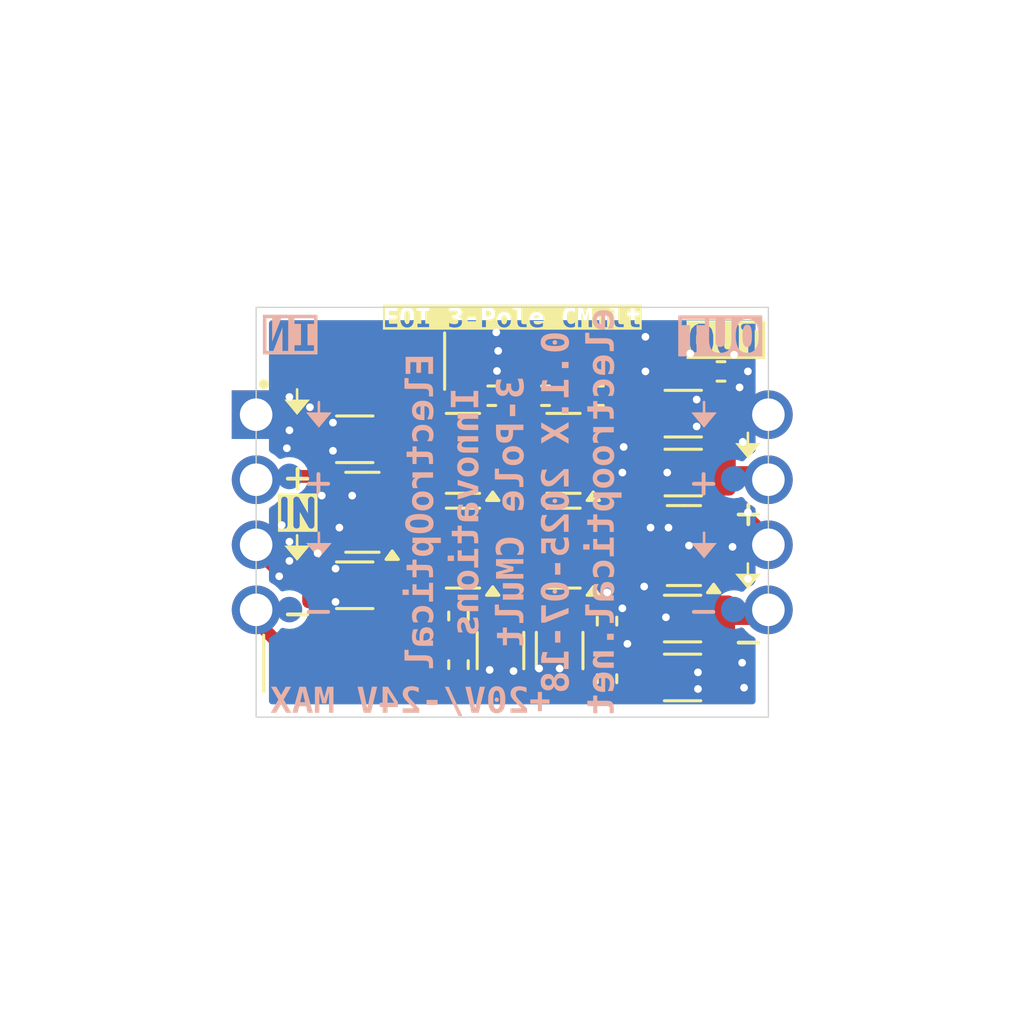
<source format=kicad_pcb>
(kicad_pcb (version 20240108) (generator "pcbnew") (generator_version "8.0")
  (title_block (title "3-Pole CMult") (date "2025-07-18") (rev "0.1.X"))
  (layers (0 "F.Cu" signal) (31 "B.Cu" power) (34 "B.Paste" user) (35 "F.Paste" user) (36 "B.SilkS" user "B.Silkscreen") (37 "F.SilkS" user "F.Silkscreen") (38 "B.Mask" user) (39 "F.Mask" user) (44 "Edge.Cuts" user))
  (net 0 "")
  (net 1 "GND")
  (net 2 "Net-(Q1-B)")
  (net 3 "Net-(Q2-B)")
  (net 4 "/V+IN")
  (net 5 "/V-IN")
  (net 6 "Net-(Q3-B)")
  (net 7 "Net-(Q4-B)")
  (net 8 "/Power/V+1")
  (net 9 "/Power/V-1")
  (net 10 "/Power/V+2")
  (net 11 "/Power/V-2")
  (net 12 "/V+OUT")
  (net 13 "/V-OUT")
  (footprint "Resistor_SMD:R_0402_1005Metric" (layer "F.Cu") (at 153.4 95.45)
    (property "Reference" "R2" (hide yes))
    (property "Value" "8K06" (hide yes))
    (pad "1" smd roundrect (at -0.51 0) (size 0.54 0.64) (layers "F.Cu" "F.Paste" "F.Mask") (net 3 "Net-(Q2-B)"))
    (pad "2" smd roundrect (at 0.51 0) (size 0.54 0.64) (layers "F.Cu" "F.Paste" "F.Mask") (net 12 "/V+OUT"))
  )
  (footprint "Resistor_SMD:R_0402_1005Metric" (layer "F.Cu") (at 153.7 106.5 90)
    (property "Reference" "R7" (hide yes))
    (property "Value" "2K00" (hide yes))
    (pad "1" smd roundrect (at -0.51 0 90) (size 0.54 0.64) (layers "F.Cu" "F.Paste" "F.Mask") (net 7 "Net-(Q4-B)"))
    (pad "2" smd roundrect (at 0.51 0 90) (size 0.54 0.64) (layers "F.Cu" "F.Paste" "F.Mask") (net 13 "/V-OUT"))
  )
  (footprint "Resistor_SMD:R_0402_1005Metric" (layer "F.Cu") (at 151.3 95.45)
    (property "Reference" "R4" (hide yes))
    (property "Value" "3K01" (hide yes))
    (pad "1" smd roundrect (at -0.51 0) (size 0.54 0.64) (layers "F.Cu" "F.Paste" "F.Mask") (net 2 "Net-(Q1-B)"))
    (pad "2" smd roundrect (at 0.51 0) (size 0.54 0.64) (layers "F.Cu" "F.Paste" "F.Mask") (net 3 "Net-(Q2-B)"))
  )
  (footprint "Capacitor_SMD:C_1206_3216Metric" (layer "F.Cu") (at 154.675 93.8)
    (property "Reference" "C7" (hide yes))
    (property "Value" "4U70" (hide yes))
    (pad "1" smd roundrect (at -1.475 0) (size 1.15 1.8) (layers "F.Cu" "F.Paste" "F.Mask") (roundrect_rratio 0.217391) (net 3 "Net-(Q2-B)"))
    (pad "2" smd roundrect (at 1.475 0) (size 1.15 1.8) (layers "F.Cu" "F.Paste" "F.Mask") (roundrect_rratio 0.217391) (net 1 "GND"))
  )
  (footprint "Library:Tab" (layer "F.Cu") (at 140 107.25)
    (property "Reference" "REF**" (hide yes))
    (property "Value" "Tab")
  )
  (footprint "Resistor_SMD:R_0402_1005Metric" (layer "F.Cu") (at 149.2 95.45)
    (property "Reference" "R3" (hide yes))
    (property "Value" "1K00" (hide yes))
    (pad "1" smd roundrect (at -0.51 0) (size 0.54 0.64) (layers "F.Cu" "F.Paste" "F.Mask") (net 4 "/V+IN"))
    (pad "2" smd roundrect (at 0.51 0) (size 0.54 0.64) (layers "F.Cu" "F.Paste" "F.Mask") (net 2 "Net-(Q1-B)"))
  )
  (footprint "Library:Tab" (layer "F.Cu") (at 160 107.25 180)
    (property "Reference" "REF**" (hide yes))
    (property "Value" "Tab")
  )
  (footprint "Capacitor_SMD:C_1206_3216Metric" (layer "F.Cu") (at 151.85 105.4 -90)
    (property "Reference" "C14" (hide yes))
    (property "Value" "4U70" (hide yes))
    (pad "1" smd roundrect (at -1.475 0 270) (size 1.15 1.8) (layers "F.Cu" "F.Paste" "F.Mask") (roundrect_rratio 0.217391) (net 7 "Net-(Q4-B)"))
    (pad "2" smd roundrect (at 1.475 0 270) (size 1.15 1.8) (layers "F.Cu" "F.Paste" "F.Mask") (roundrect_rratio 0.217391) (net 1 "GND"))
  )
  (footprint "Capacitor_SMD:C_1206_3216Metric" (layer "F.Cu") (at 156.65 106.45)
    (property "Reference" "C11" (hide yes))
    (property "Value" "4U70" (hide yes))
    (pad "1" smd roundrect (at -1.475 0) (size 1.15 1.8) (layers "F.Cu" "F.Paste" "F.Mask") (roundrect_rratio 0.217391) (net 13 "/V-OUT"))
    (pad "2" smd roundrect (at 1.475 0) (size 1.15 1.8) (layers "F.Cu" "F.Paste" "F.Mask") (roundrect_rratio 0.217391) (net 1 "GND"))
  )
  (footprint "Resistor_SMD:R_0402_1005Metric" (layer "F.Cu") (at 147.9 104.05 -90)
    (property "Reference" "R8" (hide yes))
    (property "Value" "390R" (hide yes))
    (pad "1" smd roundrect (at -0.51 0 270) (size 0.54 0.64) (layers "F.Cu" "F.Paste" "F.Mask") (net 5 "/V-IN"))
    (pad "2" smd roundrect (at 0.51 0 270) (size 0.54 0.64) (layers "F.Cu" "F.Paste" "F.Mask") (net 6 "Net-(Q3-B)"))
  )
  (footprint "Capacitor_SMD:C_1206_3216Metric" (layer "F.Cu") (at 150.05 93.8 180)
    (property "Reference" "C6" (hide yes))
    (property "Value" "4U70" (hide yes))
    (pad "1" smd roundrect (at -1.475 0 180) (size 1.15 1.8) (layers "F.Cu" "F.Paste" "F.Mask") (roundrect_rratio 0.217391) (net 2 "Net-(Q1-B)"))
    (pad "2" smd roundrect (at 1.475 0 180) (size 1.15 1.8) (layers "F.Cu" "F.Paste" "F.Mask") (roundrect_rratio 0.217391) (net 1 "GND"))
  )
  (footprint "Capacitor_SMD:C_1206_3216Metric" (layer "F.Cu") (at 156.675 96.15)
    (property "Reference" "C3" (hide yes))
    (property "Value" "4U70" (hide yes))
    (pad "1" smd roundrect (at -1.475 0) (size 1.15 1.8) (layers "F.Cu" "F.Paste" "F.Mask") (roundrect_rratio 0.217391) (net 12 "/V+OUT"))
    (pad "2" smd roundrect (at 1.475 0) (size 1.15 1.8) (layers "F.Cu" "F.Paste" "F.Mask") (roundrect_rratio 0.217391) (net 1 "GND"))
  )
  (footprint "Package_TO_SOT_SMD:SOT-23" (layer "F.Cu") (at 148.075 101.4 180)
    (property "Reference" "Q3" (hide yes))
    (property "Value" "BC807-40" (hide yes))
    (pad "1" smd roundrect (at -0.9375 -0.95 180) (size 1.475 0.6) (layers "F.Cu" "F.Paste" "F.Mask") (net 6 "Net-(Q3-B)"))
    (pad "2" smd roundrect (at -0.9375 0.95 180) (size 1.475 0.6) (layers "F.Cu" "F.Paste" "F.Mask") (net 11 "/Power/V-2"))
    (pad "3" smd roundrect (at 0.9375 0 180) (size 1.475 0.6) (layers "F.Cu" "F.Paste" "F.Mask") (net 9 "/Power/V-1"))
  )
  (footprint "Package_TO_SOT_SMD:SOT-23" (layer "F.Cu") (at 148.075 97.7 180)
    (property "Reference" "Q1" (hide yes))
    (property "Value" "2SD2114KT146V" (hide yes))
    (pad "1" smd roundrect (at -0.9375 -0.95 180) (size 1.475 0.6) (layers "F.Cu" "F.Paste" "F.Mask") (net 2 "Net-(Q1-B)"))
    (pad "2" smd roundrect (at -0.9375 0.95 180) (size 1.475 0.6) (layers "F.Cu" "F.Paste" "F.Mask") (net 10 "/Power/V+2"))
    (pad "3" smd roundrect (at 0.9375 0 180) (size 1.475 0.6) (layers "F.Cu" "F.Paste" "F.Mask") (net 8 "/Power/V+1"))
  )
  (footprint "Library:Tab" (layer "F.Cu") (at 150 92 -90)
    (property "Reference" "REF**" (hide yes))
    (property "Value" "Tab")
  )
  (footprint "Library:Tab" (layer "F.Cu") (at 150 108 90)
    (property "Reference" "REF**" (hide yes))
    (property "Value" "Tab")
  )
  (footprint "Resistor_SMD:R_0402_1005Metric" (layer "F.Cu") (at 158.15 94.5 180)
    (property "Reference" "R5" (hide yes))
    (property "Value" "3K01" (hide yes))
    (pad "1" smd roundrect (at -0.51 0 180) (size 0.54 0.64) (layers "F.Cu" "F.Paste" "F.Mask") (net 1 "GND"))
    (pad "2" smd roundrect (at 0.51 0 180) (size 0.54 0.64) (layers "F.Cu" "F.Paste" "F.Mask") (net 12 "/V+OUT"))
  )
  (footprint "Resistor_SMD:R_0402_1005Metric" (layer "F.Cu") (at 153.7 104.25 -90)
    (property "Reference" "R10" (hide yes))
    (property "Value" "3K01" (hide yes))
    (pad "1" smd roundrect (at -0.51 0 270) (size 0.54 0.64) (layers "F.Cu" "F.Paste" "F.Mask") (net 1 "GND"))
    (pad "2" smd roundrect (at 0.51 0 270) (size 0.54 0.64) (layers "F.Cu" "F.Paste" "F.Mask") (net 13 "/V-OUT"))
  )
  (footprint "Resistor_SMD:R_0402_1005Metric" (layer "F.Cu") (at 147.9 105.95 -90)
    (property "Reference" "R9" (hide yes))
    (property "Value" "750R" (hide yes))
    (pad "1" smd roundrect (at -0.51 0 270) (size 0.54 0.64) (layers "F.Cu" "F.Paste" "F.Mask") (net 6 "Net-(Q3-B)"))
    (pad "2" smd roundrect (at 0.51 0 270) (size 0.54 0.64) (layers "F.Cu" "F.Paste" "F.Mask") (net 7 "Net-(Q4-B)"))
  )
  (footprint "Capacitor_SMD:C_1206_3216Metric" (layer "F.Cu") (at 143.85 97.15 180)
    (property "Reference" "C5" (hide yes))
    (property "Value" "4U70" (hide yes))
    (pad "1" smd roundrect (at -1.475 0 180) (size 1.15 1.8) (layers "F.Cu" "F.Paste" "F.Mask") (roundrect_rratio 0.217391) (net 4 "/V+IN"))
    (pad "2" smd roundrect (at 1.475 0 180) (size 1.15 1.8) (layers "F.Cu" "F.Paste" "F.Mask") (roundrect_rratio 0.217391) (net 1 "GND"))
  )
  (footprint "Package_TO_SOT_SMD:SOT-23" (layer "F.Cu") (at 152 101.4 180)
    (property "Reference" "Q4" (hide yes))
    (property "Value" "BC807-40" (hide yes))
    (pad "1" smd roundrect (at -0.9375 -0.95 180) (size 1.475 0.6) (layers "F.Cu" "F.Paste" "F.Mask") (net 7 "Net-(Q4-B)"))
    (pad "2" smd roundrect (at -0.9375 0.95 180) (size 1.475 0.6) (layers "F.Cu" "F.Paste" "F.Mask") (net 13 "/V-OUT"))
    (pad "3" smd roundrect (at 0.9375 0 180) (size 1.475 0.6) (layers "F.Cu" "F.Paste" "F.Mask") (net 11 "/Power/V-2"))
  )
  (footprint "Capacitor_SMD:C_1206_3216Metric" (layer "F.Cu") (at 143.85 102.85 180)
    (property "Reference" "C12" (hide yes))
    (property "Value" "4U70" (hide yes))
    (pad "1" smd roundrect (at -1.475 0 180) (size 1.15 1.8) (layers "F.Cu" "F.Paste" "F.Mask") (roundrect_rratio 0.217391) (net 5 "/V-IN"))
    (pad "2" smd roundrect (at 1.475 0 180) (size 1.15 1.8) (layers "F.Cu" "F.Paste" "F.Mask") (roundrect_rratio 0.217391) (net 1 "GND"))
  )
  (footprint "Library:board" (layer "F.Cu") (at 150 100)
    (property "Reference" "J1" (hide yes))
    (property "Value" "cap_multiplier_board")
    (fp_rect (start -10 -8) (end 10 8) (stroke (width 0.05)) (fill none) (layer "Edge.Cuts"))
    (pad "1" thru_hole rect (at -10 -3.81) (size 1.9 1.9) (drill 1.27) (property pad_prop_castellated) (layers "*.Cu" "*.Mask" "In1.Cu" "In2.Cu" "In3.Cu" "In4.Cu" "In5.Cu" "In6.Cu" "In7.Cu" "In8.Cu" "In9.Cu" "In10.Cu" "In11.Cu" "In12.Cu" "In13.Cu" "In14.Cu" "In15.Cu" "In16.Cu" "In17.Cu" "In18.Cu" "In19.Cu" "In20.Cu" "In21.Cu" "In22.Cu" "In23.Cu" "In24.Cu" "In25.Cu" "In26.Cu" "In27.Cu" "In28.Cu" "In29.Cu" "In30.Cu") (net 1 "GND"))
    (pad "2" thru_hole circle (at -10 -1.27) (size 1.9 1.9) (drill 1.27) (property pad_prop_castellated) (layers "*.Cu" "*.Mask" "In1.Cu" "In2.Cu" "In3.Cu" "In4.Cu" "In5.Cu" "In6.Cu" "In7.Cu" "In8.Cu" "In9.Cu" "In10.Cu" "In11.Cu" "In12.Cu" "In13.Cu" "In14.Cu" "In15.Cu" "In16.Cu" "In17.Cu" "In18.Cu" "In19.Cu" "In20.Cu" "In21.Cu" "In22.Cu" "In23.Cu" "In24.Cu" "In25.Cu" "In26.Cu" "In27.Cu" "In28.Cu" "In29.Cu" "In30.Cu") (net 4 "/V+IN"))
    (pad "3" thru_hole circle (at -10 1.27) (size 1.9 1.9) (drill 1.27) (property pad_prop_castellated) (layers "*.Cu" "*.Mask" "In1.Cu" "In2.Cu" "In3.Cu" "In4.Cu" "In5.Cu" "In6.Cu" "In7.Cu" "In8.Cu" "In9.Cu" "In10.Cu" "In11.Cu" "In12.Cu" "In13.Cu" "In14.Cu" "In15.Cu" "In16.Cu" "In17.Cu" "In18.Cu" "In19.Cu" "In20.Cu" "In21.Cu" "In22.Cu" "In23.Cu" "In24.Cu" "In25.Cu" "In26.Cu" "In27.Cu" "In28.Cu" "In29.Cu" "In30.Cu") (net 1 "GND"))
    (pad "4" thru_hole circle (at -10 3.81) (size 1.9 1.9) (drill 1.27) (property pad_prop_castellated) (layers "*.Cu" "*.Mask" "In1.Cu" "In2.Cu" "In3.Cu" "In4.Cu" "In5.Cu" "In6.Cu" "In7.Cu" "In8.Cu" "In9.Cu" "In10.Cu" "In11.Cu" "In12.Cu" "In13.Cu" "In14.Cu" "In15.Cu" "In16.Cu" "In17.Cu" "In18.Cu" "In19.Cu" "In20.Cu" "In21.Cu" "In22.Cu" "In23.Cu" "In24.Cu" "In25.Cu" "In26.Cu" "In27.Cu" "In28.Cu" "In29.Cu" "In30.Cu") (net 5 "/V-IN"))
    (pad "5" thru_hole circle (at 10 3.81) (size 1.9 1.9) (drill 1.27) (property pad_prop_castellated) (layers "*.Cu" "*.Mask" "In1.Cu" "In2.Cu" "In3.Cu" "In4.Cu" "In5.Cu" "In6.Cu" "In7.Cu" "In8.Cu" "In9.Cu" "In10.Cu" "In11.Cu" "In12.Cu" "In13.Cu" "In14.Cu" "In15.Cu" "In16.Cu" "In17.Cu" "In18.Cu" "In19.Cu" "In20.Cu" "In21.Cu" "In22.Cu" "In23.Cu" "In24.Cu" "In25.Cu" "In26.Cu" "In27.Cu" "In28.Cu" "In29.Cu" "In30.Cu") (net 13 "/V-OUT"))
    (pad "6" thru_hole circle (at 10 1.27) (size 1.9 1.9) (drill 1.27) (property pad_prop_castellated) (layers "*.Cu" "*.Mask" "In1.Cu" "In2.Cu" "In3.Cu" "In4.Cu" "In5.Cu" "In6.Cu" "In7.Cu" "In8.Cu" "In9.Cu" "In10.Cu" "In11.Cu" "In12.Cu" "In13.Cu" "In14.Cu" "In15.Cu" "In16.Cu" "In17.Cu" "In18.Cu" "In19.Cu" "In20.Cu" "In21.Cu" "In22.Cu" "In23.Cu" "In24.Cu" "In25.Cu" "In26.Cu" "In27.Cu" "In28.Cu" "In29.Cu" "In30.Cu") (net 1 "GND"))
    (pad "7" thru_hole circle (at 10 -1.27) (size 1.9 1.9) (drill 1.27) (property pad_prop_castellated) (layers "*.Cu" "*.Mask" "In1.Cu" "In2.Cu" "In3.Cu" "In4.Cu" "In5.Cu" "In6.Cu" "In7.Cu" "In8.Cu" "In9.Cu" "In10.Cu" "In11.Cu" "In12.Cu" "In13.Cu" "In14.Cu" "In15.Cu" "In16.Cu" "In17.Cu" "In18.Cu" "In19.Cu" "In20.Cu" "In21.Cu" "In22.Cu" "In23.Cu" "In24.Cu" "In25.Cu" "In26.Cu" "In27.Cu" "In28.Cu" "In29.Cu" "In30.Cu") (net 12 "/V+OUT"))
    (pad "8" thru_hole circle (at 10 -3.81) (size 1.9 1.9) (drill 1.27) (property pad_prop_castellated) (layers "*.Cu" "*.Mask" "In1.Cu" "In2.Cu" "In3.Cu" "In4.Cu" "In5.Cu" "In6.Cu" "In7.Cu" "In8.Cu" "In9.Cu" "In10.Cu" "In11.Cu" "In12.Cu" "In13.Cu" "In14.Cu" "In15.Cu" "In16.Cu" "In17.Cu" "In18.Cu" "In19.Cu" "In20.Cu" "In21.Cu" "In22.Cu" "In23.Cu" "In24.Cu" "In25.Cu" "In26.Cu" "In27.Cu" "In28.Cu" "In29.Cu" "In30.Cu") (net 1 "GND"))
  )
  (footprint "Library:Tab" (layer "F.Cu") (at 160 92.75 180)
    (property "Reference" "REF**" (hide yes))
    (property "Value" "Tab")
  )
  (footprint "Package_TO_SOT_SMD:SOT-23" (layer "F.Cu") (at 156.7 101.3 180)
    (property "Reference" "D3" (hide yes))
    (property "Value" "BAT54S" (hide yes))
    (pad "1" smd roundrect (at -0.9375 -0.95 180) (size 1.475 0.6) (layers "F.Cu" "F.Paste" "F.Mask") (net 13 "/V-OUT"))
    (pad "2" smd roundrect (at -0.9375 0.95 180) (size 1.475 0.6) (layers "F.Cu" "F.Paste" "F.Mask") (net 12 "/V+OUT"))
    (pad "3" smd roundrect (at 0.9375 0 180) (size 1.475 0.6) (layers "F.Cu" "F.Paste" "F.Mask") (net 1 "GND"))
  )
  (footprint "Package_TO_SOT_SMD:SOT-23" (layer "F.Cu") (at 152 97.7 180)
    (property "Reference" "Q2" (hide yes))
    (property "Value" "2SD2114KT146V" (hide yes))
    (pad "1" smd roundrect (at -0.9375 -0.95 180) (size 1.475 0.6) (layers "F.Cu" "F.Paste" "F.Mask") (net 3 "Net-(Q2-B)"))
    (pad "2" smd roundrect (at -0.9375 0.95 180) (size 1.475 0.6) (layers "F.Cu" "F.Paste" "F.Mask") (net 12 "/V+OUT"))
    (pad "3" smd roundrect (at 0.9375 0 180) (size 1.475 0.6) (layers "F.Cu" "F.Paste" "F.Mask") (net 10 "/Power/V+2"))
  )
  (footprint "Library:Tab" (layer "F.Cu") (at 140 92.75)
    (property "Reference" "REF**" (hide yes))
    (property "Value" "Tab")
  )
  (footprint "Capacitor_SMD:C_1206_3216Metric" (layer "F.Cu") (at 156.675 98.45 180)
    (property "Reference" "C4" (hide yes))
    (property "Value" "4U70" (hide yes))
    (pad "1" smd roundrect (at -1.475 0 180) (size 1.15 1.8) (layers "F.Cu" "F.Paste" "F.Mask") (roundrect_rratio 0.217391) (net 12 "/V+OUT"))
    (pad "2" smd roundrect (at 1.475 0 180) (size 1.15 1.8) (layers "F.Cu" "F.Paste" "F.Mask") (roundrect_rratio 0.217391) (net 1 "GND"))
  )
  (footprint "Library:D_SMA" (layer "F.Cu") (at 143.85 94.1 180)
    (property "Reference" "D1" (hide yes))
    (property "Value" "B340AF" (hide yes))
    (pad "1" smd roundrect (at -2 0 180) (size 2.5 1.8) (layers "F.Cu" "F.Paste" "F.Mask") (roundrect_rratio 0.1388888889) (net 8 "/Power/V+1"))
    (pad "2" smd roundrect (at 2 0 180) (size 2.5 1.8) (layers "F.Cu" "F.Paste" "F.Mask") (roundrect_rratio 0.1388888889) (net 4 "/V+IN"))
  )
  (footprint "Capacitor_SMD:C_1206_3216Metric" (layer "F.Cu") (at 149.54 105.4 -90)
    (property "Reference" "C13" (hide yes))
    (property "Value" "4U70" (hide yes))
    (pad "1" smd roundrect (at -1.475 0 270) (size 1.15 1.8) (layers "F.Cu" "F.Paste" "F.Mask") (roundrect_rratio 0.217391) (net 6 "Net-(Q3-B)"))
    (pad "2" smd roundrect (at 1.475 0 270) (size 1.15 1.8) (layers "F.Cu" "F.Paste" "F.Mask") (roundrect_rratio 0.217391) (net 1 "GND"))
  )
  (footprint "Library:D_SMA" (layer "F.Cu") (at 143.805 105.9)
    (property "Reference" "D4" (hide yes))
    (property "Value" "B340AF" (hide yes))
    (pad "1" smd roundrect (at -2 0) (size 2.5 1.8) (layers "F.Cu" "F.Paste" "F.Mask") (roundrect_rratio 0.1388888889) (net 5 "/V-IN"))
    (pad "2" smd roundrect (at 2 0) (size 2.5 1.8) (layers "F.Cu" "F.Paste" "F.Mask") (roundrect_rratio 0.1388888889) (net 9 "/Power/V-1"))
  )
  (footprint "Package_TO_SOT_SMD:SOT-23" (layer "F.Cu") (at 144.15 100 180)
    (property "Reference" "D2" (hide yes))
    (property "Value" "BAT54S" (hide yes))
    (pad "1" smd roundrect (at -0.9375 -0.95 180) (size 1.475 0.6) (layers "F.Cu" "F.Paste" "F.Mask") (net 9 "/Power/V-1"))
    (pad "2" smd roundrect (at -0.9375 0.95 180) (size 1.475 0.6) (layers "F.Cu" "F.Paste" "F.Mask") (net 8 "/Power/V+1"))
    (pad "3" smd roundrect (at 0.9375 0 180) (size 1.475 0.6) (layers "F.Cu" "F.Paste" "F.Mask") (net 1 "GND"))
  )
  (footprint "Capacitor_SMD:C_1206_3216Metric" (layer "F.Cu") (at 156.65 104.15 180)
    (property "Reference" "C10" (hide yes))
    (property "Value" "4U70" (hide yes))
    (pad "1" smd roundrect (at -1.475 0 180) (size 1.15 1.8) (layers "F.Cu" "F.Paste" "F.Mask") (roundrect_rratio 0.217391) (net 13 "/V-OUT"))
    (pad "2" smd roundrect (at 1.475 0 180) (size 1.15 1.8) (layers "F.Cu" "F.Paste" "F.Mask") (roundrect_rratio 0.217391) (net 1 "GND"))
  )
  (footprint "EOI:TestPoint_Pad_D1.0mm" (layer "B.Cu") (at 141.3 96.2 180)
    (property "Reference" "TP4" (hide yes))
    (property "Value" "GND" (hide yes))
    (pad "1" smd circle (at 0 0 180) (size 1 1) (property pad_prop_testpoint) (layers "B.Cu" "B.Mask") (net 1 "GND"))
  )
  (footprint "EOI:TestPoint_Pad_D1.0mm" (layer "B.Cu") (at 158.6 96.2 180)
    (property "Reference" "TP6" (hide yes))
    (property "Value" "GND" (hide yes))
    (pad "1" smd circle (at 0 0 180) (size 1 1) (property pad_prop_testpoint) (layers "B.Cu" "B.Mask") (net 1 "GND"))
  )
  (footprint "EOI:TestPoint_Pad_D1.0mm" (layer "B.Cu") (at 158.65 103.8 180)
    (property "Reference" "TP2" (hide yes))
    (property "Value" "-" (hide yes))
    (pad "1" smd circle (at 0 0 180) (size 1 1) (property pad_prop_testpoint) (layers "B.Cu" "B.Mask") (net 13 "/V-OUT"))
  )
  (footprint "EOI:TestPoint_Pad_D1.0mm" (layer "B.Cu") (at 158.65 101.35 180)
    (property "Reference" "TP3" (hide yes))
    (property "Value" "GND" (hide yes))
    (pad "1" smd circle (at 0 0 180) (size 1 1) (property pad_prop_testpoint) (layers "B.Cu" "B.Mask") (net 1 "GND"))
  )
  (footprint "EOI:TestPoint_Pad_D1.0mm" (layer "B.Cu") (at 158.65 98.7 180)
    (property "Reference" "TP1" (hide yes))
    (property "Value" "+" (hide yes))
    (pad "1" smd circle (at 0 0 180) (size 1 1) (property pad_prop_testpoint) (layers "B.Cu" "B.Mask") (net 12 "/V+OUT"))
  )
  (footprint "EOI:TestPoint_Pad_D1.0mm" (layer "B.Cu") (at 141.3 101.3 180)
    (property "Reference" "TP5" (hide yes))
    (property "Value" "GND" (hide yes))
    (pad "1" smd circle (at 0 0 180) (size 1 1) (property pad_prop_testpoint) (layers "B.Cu" "B.Mask") (net 1 "GND"))
  )
  (footprint "EOI:TestPoint_Pad_D1.0mm" (layer "B.Cu") (at 141.3 98.6 180)
    (property "Reference" "TP7" (hide yes))
    (property "Value" "+" (hide yes))
    (pad "1" smd circle (at 0 0 180) (size 1 1) (property pad_prop_testpoint) (layers "B.Cu" "B.Mask") (net 4 "/V+IN"))
  )
  (footprint "EOI:TestPoint_Pad_D1.0mm" (layer "B.Cu") (at 141.3 103.8 180)
    (property "Reference" "TP8" (hide yes))
    (property "Value" "-" (hide yes))
    (pad "1" smd circle (at 0 0 180) (size 1 1) (property pad_prop_testpoint) (layers "B.Cu" "B.Mask") (net 5 "/V-IN"))
  )
  (gr_line (start 157.488094 101.2) (end 157.488094 100.8) (stroke (width 0.1)) (layer "B.SilkS"))
  (gr_poly (pts (xy 157.488094 96.7) (xy 157.988094 96.1) (xy 156.988094 96.1)) (fill solid) (layer "B.SilkS"))
  (gr_line (start 142.45 96.1) (end 142.45 95.7) (stroke (width 0.1)) (layer "B.SilkS"))
  (gr_poly (pts (xy 142.45 101.8) (xy 142.95 101.2) (xy 141.95 101.2)) (fill solid) (layer "B.SilkS"))
  (gr_poly (pts (xy 157.488094 101.8) (xy 157.988094 101.2) (xy 156.988094 101.2)) (fill solid) (layer "B.SilkS"))
  (gr_poly (pts (xy 142.45 96.7) (xy 142.95 96.1) (xy 141.95 96.1)) (fill solid) (layer "B.SilkS"))
  (gr_line (start 157.488094 96.1) (end 157.488094 95.7) (stroke (width 0.1)) (layer "B.SilkS"))
  (gr_line (start 142.45 101.2) (end 142.45 100.8) (stroke (width 0.1)) (layer "B.SilkS"))
  (gr_line (start 159.2 102.4) (end 159.2 102) (stroke (width 0.1)) (layer "F.SilkS"))
  (gr_line (start 141.6 101.3) (end 141.6 100.9) (stroke (width 0.1)) (layer "F.SilkS"))
  (gr_poly (pts (xy 141.6 101.9) (xy 141.1 101.3) (xy 142.1 101.3)) (fill solid) (layer "F.SilkS"))
  (gr_poly (pts (xy 159.2 97.9) (xy 158.7 97.3) (xy 159.7 97.3)) (fill solid) (layer "F.SilkS"))
  (gr_circle (center 140.3 95) (end 140.441421 95) (stroke (width 0.1)) (fill solid) (layer "F.SilkS"))
  (gr_line (start 141.6 95.6) (end 141.6 95.2) (stroke (width 0.1)) (layer "F.SilkS"))
  (gr_poly (pts (xy 159.2 103) (xy 158.7 102.4) (xy 159.7 102.4)) (fill solid) (layer "F.SilkS"))
  (gr_line (start 159.2 97.3) (end 159.2 96.9) (stroke (width 0.1)) (layer "F.SilkS"))
  (gr_poly (pts (xy 141.6 96.2) (xy 141.1 95.6) (xy 142.1 95.6)) (fill solid) (layer "F.SilkS"))
  (gr_text "ElectroOptical\nInnovations\n${TITLE}\n${REVISION} ${ISSUE_DATE}\nelectrooptical.net" (at 150 100 90) (layer "B.SilkS") (effects (font (size 1.05 1.05) (thickness 0.25) (bold yes)) (justify mirror)))
  (gr_text "+" (at 143.15 99.4 -0) (layer "B.SilkS") (effects (font (size 1 1)) (justify left bottom mirror)))
  (gr_text "+" (at 158.188094 99.4 -0) (layer "B.SilkS") (effects (font (size 1 1)) (justify left bottom mirror)))
  (gr_text "-" (at 158.188094 104.4 -0) (layer "B.SilkS") (effects (font (size 1 1)) (justify left bottom mirror)))
  (gr_text "OUT" (at 159.7 92.5 0) (layer "B.SilkS" knockout) (effects (font (size 1.25 1.25) (thickness 0.25) (bold yes)) (justify left top mirror)))
  (gr_text "-" (at 143.15 104.4 -0) (layer "B.SilkS") (effects (font (size 1 1)) (justify left bottom mirror)))
  (gr_text "+20V/-24V MAX" (at 151.5 108 0) (layer "B.SilkS") (effects (font (size 1 1) (thickness 0.2) (bold yes)) (justify left bottom mirror)))
  (gr_text "IN" (at 140.3 92.45 0) (layer "B.SilkS" knockout) (effects (font (size 1.25 1.25) (thickness 0.25) (bold yes)) (justify right top mirror)))
  (gr_text "EOI ${TITLE}" (at 150 92.9 0) (layer "F.SilkS" knockout) (effects (font (size 0.75 0.75) (thickness 0.11) (bold yes)) (justify bottom)))
  (gr_text "+" (at 140.9 99.2 0) (layer "F.SilkS") (effects (font (size 1 1)) (justify left bottom)))
  (gr_text "OUT" (at 156.7 93.9 0) (layer "F.SilkS" knockout) (effects (font (size 1 1) (thickness 0.25) (bold yes)) (justify left bottom)))
  (gr_text "-" (at 140.9 104.5 0) (layer "F.SilkS") (effects (font (size 1 1)) (justify left bottom)))
  (gr_text "+" (at 158.5 100.6 0) (layer "F.SilkS") (effects (font (size 1 1)) (justify left bottom)))
  (gr_text "IN" (at 140.7 100.65 0) (layer "F.SilkS" knockout) (effects (font (size 1 1) (thickness 0.25) (bold yes)) (justify left bottom)))
  (gr_text "-" (at 158.5 105.6 0) (layer "F.SilkS") (effects (font (size 1 1)) (justify left bottom)))
  (segment (start 143.25 100.0375) (end 143.2125 100) (width 0.2) (layer "F.Cu") (net 1))
  (segment (start 155.175 102.925) (end 155.15 102.9) (width 0.2) (layer "F.Cu") (net 1))
  (segment (start 154.775 103.75) (end 154.3 103.75) (width 0.2) (layer "F.Cu") (net 1))
  (segment (start 158.6 101.35) (end 159.92 101.35) (width 0.2) (layer "F.Cu") (net 1))
  (segment (start 155.175 104.455833) (end 154.494876 105.135957) (width 0.2) (layer "F.Cu") (net 1))
  (segment (start 155.2 98.45) (end 154.3 98.45) (width 0.5) (layer "F.Cu") (net 1))
  (segment (start 141.3 101.9) (end 140.67 101.27) (width 0.2) (layer "F.Cu") (net 1))
  (segment (start 156.15 93.8) (end 156.95 93.8) (width 0.2) (layer "F.Cu") (net 1))
  (segment (start 141.2 97.39) (end 140 96.19) (width 0.2) (layer "F.Cu") (net 1))
  (segment (start 155.45 94.5) (end 156.15 93.8) (width 0.2) (layer "F.Cu") (net 1))
  (segment (start 149.118207 106.453207) (end 149.54 106.875) (width 0.2) (layer "F.Cu") (net 1))
  (segment (start 141.875 96.8) (end 142.225 97.15) (width 0.2) (layer "F.Cu") (net 1))
  (segment (start 155.4 100.9375) (end 155.7625 101.3) (width 0.2) (layer "F.Cu") (net 1))
  (segment (start 143.75 99.4625) (end 143.2125 100) (width 0.2) (layer "F.Cu") (net 1))
  (segment (start 143 96.5) (end 142.875 96.5) (width 0.2) (layer "F.Cu") (net 1))
  (segment (start 141.875 97.5) (end 142.225 97.15) (width 0.2) (layer "F.Cu") (net 1))
  (segment (start 155.175 104.15) (end 155.95 104.15) (width 0.2) (layer "F.Cu") (net 1))
  (segment (start 141.3 96.8) (end 140.61 96.8) (width 0.2) (layer "F.Cu") (net 1))
  (segment (start 160 101.27) (end 160 100.8) (width 0.2) (layer "F.Cu") (net 1))
  (segment (start 155.4 100.6) (end 155.4 100.9375) (width 0.2) (layer "F.Cu") (net 1))
  (segment (start 157.25 106.25) (end 157.45 106.45) (width 0.2) (layer "F.Cu") (net 1))
  (segment (start 155.2 98.45) (end 156.05 98.45) (width 0.5) (layer "F.Cu") (net 1))
  (segment (start 154.29 103.74) (end 153.7 103.74) (width 0.2) (layer "F.Cu") (net 1))
  (segment (start 141.2 97.5) (end 141.875 97.5) (width 0.2) (layer "F.Cu") (net 1))
  (segment (start 155.95 104.15) (end 156 104.1) (width 0.2) (layer "F.Cu") (net 1))
  (segment (start 156.1 100.9625) (end 156.1 100.6) (width 0.2) (layer "F.Cu") (net 1))
  (segment (start 142.5625 99.35) (end 143.2125 100) (width 0.2) (layer "F.Cu") (net 1))
  (segment (start 158.975 105.875) (end 158.4 106.45) (width 0.2) (layer "F.Cu") (net 1))
  (segment (start 157.85 95.6) (end 157.2 95.6) (width 0.2) (layer "F.Cu") (net 1))
  (segment (start 142.55 97.15) (end 143 97.6) (width 0.2) (layer "F.Cu") (net 1))
  (segment (start 153.706164 103.593836) (end 153.7 103.6) (width 0.2) (layer "F.Cu") (net 1))
  (segment (start 140 101.65) (end 140.85 102.5) (width 0.2) (layer "F.Cu") (net 1))
  (segment (start 156.15 93.8) (end 155.5 93.15) (width 0.2) (layer "F.Cu") (net 1))
  (segment (start 160 100.8) (end 159.2 100) (width 0.2) (layer "F.Cu") (net 1))
  (segment (start 149.45 93.7) (end 148.5 93.7) (width 0.2) (layer "F.Cu") (net 1))
  (segment (start 148.575 93.775) (end 148.575 93.8) (width 0.2) (layer "F.Cu") (net 1))
  (segment (start 142.1 97.025) (end 142.225 97.15) (width 0.2) (layer "F.Cu") (net 1))
  (segment (start 140.69 95.5) (end 140 96.19) (width 0.2032) (layer "F.Cu") (net 1))
  (segment (start 142.225 97.15) (end 142.55 97.15) (width 0.2) (layer "F.Cu") (net 1))
  (segment (start 141.2 97.5) (end 141.2 97.39) (width 0.2) (layer "F.Cu") (net 1))
  (segment (start 159.2 94.5) (end 158.66 94.5) (width 0.2032) (layer "F.Cu") (net 1))
  (segment (start 158.15 95.85) (end 158.875 95.125) (width 0.2) (layer "F.Cu") (net 1))
  (segment (start 141.3 95.5) (end 140.69 95.5) (width 0.2032) (layer "F.Cu") (net 1))
  (segment (start 149.403669 94.483741) (end 149.283741 94.483741) (width 0.2) (layer "F.Cu") (net 1))
  (segment (start 148.5 93.7) (end 148.425 93.775) (width 0.2) (layer "F.Cu") (net 1))
  (segment (start 142.375 102.85) (end 142.375 101.625) (width 0.2032) (layer "F.Cu") (net 1))
  (segment (start 158.15 96.4) (end 159 97.25) (width 0.2) (layer "F.Cu") (net 1))
  (segment (start 159.2 102.07) (end 160 101.27) (width 0.2) (layer "F.Cu") (net 1))
  (segment (start 149.283741 94.483741) (end 148.575 93.775) (width 0.2) (layer "F.Cu") (net 1))
  (segment (start 158.65 106.45) (end 159.05 106.85) (width 0.2) (layer "F.Cu") (net 1))
  (segment (start 149.375 92.975) (end 148.575 93.775) (width 0.2) (layer "F.Cu") (net 1))
  (segment (start 140.23 101.27) (end 141 100.5) (width 0.2) (layer "F.Cu") (net 1))
  (segment (start 158.66 93.85) (end 158.66 94.5) (width 0.2032) (layer "F.Cu") (net 1))
  (segment (start 160 96.1) (end 159.025 95.125) (width 0.2) (layer "F.Cu") (net 1))
  (segment (start 150.05 106.65) (end 150.05 106.2) (width 0.2) (layer "F.Cu") (net 1))
  (segment (start 140.67 101.27) (end 140 101.27) (width 0.2) (layer "F.Cu") (net 1))
  (segment (start 159.2 102.6) (end 159.2 102.07) (width 0.2) (layer "F.Cu") (net 1))
  (segment (start 141.3 101.15) (end 141.18 101.27) (width 0.2) (layer "F.Cu") (net 1))
  (segment (start 158.125 106.45) (end 158.65 106.45) (width 0.2) (layer "F.Cu") (net 1))
  (segment (start 155.175 104.15) (end 155.175 102.925) (width 0.2) (layer "F.Cu") (net 1))
  (segment (start 142.55 103.5) (end 143.1 103.5) (width 0.2) (layer "F.Cu") (net 1))
  (segment (start 151.85 106.875) (end 151.85 106.1) (width 0.2) (layer "F.Cu") (net 1))
  (segment (start 140.85 102.5) (end 140.9 102.5) (width 0.2) (layer "F.Cu") (net 1))
  (segment (start 158.15 96.15) (end 159.96 96.15) (width 0.2) (layer "F.Cu") (net 1))
  (segment (start 155.2 94.5) (end 155.45 94.5) (width 0.2) (layer "F.Cu") (net 1))
  (segment (start 141.9 102.85) (end 142.55 103.5) (width 0.2) (layer "F.Cu") (net 1))
  (segment (start 157.65 96.65) (end 157.2 96.65) (width 0.2) (layer "F.Cu") (net 1))
  (segment (start 143.25 100.6) (end 143.25 100.0375) (width 0.2) (layer "F.Cu") (net 1))
  (segment (start 155.5 93.15) (end 155.2 93.15) (width 0.2) (layer "F.Cu") (net 1))
  (segment (start 157.25 106.9) (end 157.675 106.9) (width 0.2) (layer "F.Cu") (net 1))
  (segment (start 154.3 103.75) (end 154.29 103.74) (width 0.2) (layer "F.Cu") (net 1))
  (segment (start 142.875 96.5) (end 142.225 97.15) (width 0.2) (layer "F.Cu") (net 1))
  (segment (start 141.18 101.27) (end 140 101.27) (width 0.2) (layer "F.Cu") (net 1))
  (segment (start 149.118207 106.155286) (end 149.118207 106.453207) (width 0.2) (layer "F.Cu") (net 1))
  (segment (start 159.025 95.125) (end 158.875 95.125) (width 0.2) (layer "F.Cu") (net 1))
  (segment (start 155.175 104.15) (end 154.775 103.75) (width 0.2) (layer "F.Cu") (net 1))
  (segment (start 158.15 96.15) (end 157.65 96.65) (width 0.2) (layer "F.Cu") (net 1))
  (segment (start 149.54 107.16) (end 150.05 106.65) (width 0.2) (layer "F.Cu") (net 1))
  (segment (start 142.225 102.85) (end 142.875 102.2) (width 0.2) (layer "F.Cu") (net 1))
  (segment (start 140.61 96.8) (end 140 96.19) (width 0.2) (layer "F.Cu") (net 1))
  (segment (start 158.15 95.9) (end 157.85 95.6) (width 0.2) (layer "F.Cu") (net 1))
  (segment (start 143.75 99.35) (end 143.75 99.4625) (width 0.2) (layer "F.Cu") (net 1))
  (segment (start 142.225 102.85) (end 142.225 102.825) (width 0.2) (layer "F.Cu") (net 1))
  (segment (start 155.7625 101.3) (end 156.1 100.9625) (width 0.2) (layer "F.Cu") (net 1))
  (segment (start 155.2 98.3) (end 154.35 97.45) (width 0.5) (layer "F.Cu") (net 1))
  (segment (start 141.3 96.8) (end 141.875 96.8) (width 0.2) (layer "F.Cu") (net 1))
  (segment (start 142.375 101.625) (end 142.4 101.6) (width 0.2032) (layer "F.Cu") (net 1))
  (segment (start 153.706164 103.126024) (end 153.706164 103.593836) (width 0.2) (layer "F.Cu") (net 1))
  (segment (start 160 96.25) (end 159 97.25) (width 0.2) (layer "F.Cu") (net 1))
  (segment (start 157.45 106.45) (end 158.125 106.45) (width 0.2) (layer "F.Cu") (net 1))
  (segment (start 142.1 95.9) (end 142.1 97.025) (width 0.2) (layer "F.Cu") (net 1))
  (segment (start 155.7625 101.3) (end 156.9 101.3) (width 0.2) (layer "F.Cu") (net 1))
  (segment (start 151.05 106.55) (end 151.05 106.1) (width 0.2) (layer "F.Cu") (net 1))
  (segment (start 142.875 102.2) (end 143.1 102.2) (width 0.2) (layer "F.Cu") (net 1))
  (segment (start 151.85 107.35) (end 151.05 106.55) (width 0.2) (layer "F.Cu") (net 1))
  (via (at 140.9 102.5) (size 0.6) (drill 0.3) (layers "F.Cu" "B.Cu") (net 1))
  (via (at 149.375 92.975) (size 0.6) (drill 0.3) (layers "F.Cu" "B.Cu") (net 1))
  (via (at 158.66 93.85) (size 0.6) (drill 0.3) (layers "F.Cu" "B.Cu") (net 1))
  (via (at 141.3 95.5) (size 0.6) (drill 0.3) (layers "F.Cu" "B.Cu") (net 1))
  (via (at 154.35 97.45) (size 0.6) (drill 0.3) (layers "F.Cu" "B.Cu") (net 1))
  (via (at 151.85 106.1) (size 0.6) (drill 0.3) (layers "F.Cu" "B.Cu") (net 1))
  (via (at 156 104.1) (size 0.6) (drill 0.3) (layers "F.Cu" "B.Cu") (net 1))
  (via (at 150.05 106.2) (size 0.6) (drill 0.3) (layers "F.Cu" "B.Cu") (net 1))
  (via (at 154.3 103.75) (size 0.6) (drill 0.3) (layers "F.Cu" "B.Cu") (net 1))
  (via (at 143.25 100.6) (size 0.6) (drill 0.3) (layers "F.Cu" "B.Cu") (net 1))
  (via (at 157.25 106.9) (size 0.6) (drill 0.3) (layers "F.Cu" "B.Cu") (net 1))
  (via (at 157.2 95.6) (size 0.6) (drill 0.3) (layers "F.Cu" "B.Cu") (net 1))
  (via (at 143.1 103.5) (size 0.6) (drill 0.3) (layers "F.Cu" "B.Cu") (net 1))
  (via (at 155.2 93.15) (size 0.6) (drill 0.3) (layers "F.Cu" "B.Cu") (net 1))
  (via (at 156.1 100.6) (size 0.6) (drill 0.3) (layers "F.Cu" "B.Cu") (net 1))
  (via (at 158.6 101.35) (size 0.6) (drill 0.3) (layers "F.Cu" "B.Cu") (net 1))
  (via (at 149.45 93.7) (size 0.6) (drill 0.3) (layers "F.Cu" "B.Cu") (net 1))
  (via (at 142.5625 99.35) (size 0.6) (drill 0.3) (layers "F.Cu" "B.Cu") (net 1))
  (via (at 142.1 95.9) (size 0.6) (drill 0.3) (layers "F.Cu" "B.Cu") (net 1))
  (via (at 141.2 97.5) (size 0.6) (drill 0.3) (layers "F.Cu" "B.Cu") (net 1))
  (via (at 159 97.25) (size 0.6) (drill 0.3) (layers "F.Cu" "B.Cu") (net 1))
  (via (at 141.3 101.15) (size 0.6) (drill 0.3) (layers "F.Cu" "B.Cu") (net 1))
  (via (at 157.2 96.65) (size 0.6) (drill 0.3) (layers "F.Cu" "B.Cu") (net 1))
  (via (at 154.3 98.45) (size 0.6) (drill 0.3) (layers "F.Cu" "B.Cu") (net 1))
  (via (at 143.1 102.2) (size 0.6) (drill 0.3) (layers "F.Cu" "B.Cu") (net 1))
  (via (at 153.706164 103.126024) (size 0.6) (drill 0.3) (layers "F.Cu" "B.Cu") (net 1))
  (via (at 141 100.5) (size 0.6) (drill 0.3) (layers "F.Cu" "B.Cu") (net 1))
  (via (at 141.3 101.9) (size 0.6) (drill 0.3) (layers "F.Cu" "B.Cu") (net 1))
  (via (at 156.95 93.8) (size 0.6) (drill 0.3) (layers "F.Cu" "B.Cu") (net 1))
  (via (at 143 96.5) (size 0.6) (drill 0.3) (layers "F.Cu" "B.Cu") (net 1))
  (via (at 156.05 98.45) (size 0.6) (drill 0.3) (layers "F.Cu" "B.Cu") (net 1))
  (via (at 155.15 102.9) (size 0.6) (drill 0.3) (layers "F.Cu" "B.Cu") (net 1))
  (via (at 149.118207 106.155286) (size 0.6) (drill 0.3) (layers "F.Cu" "B.Cu") (net 1))
  (via (at 151.05 106.1) (size 0.6) (drill 0.3) (layers "F.Cu" "B.Cu") (net 1))
  (via (at 156.9 101.3) (size 0.6) (drill 0.3) (layers "F.Cu" "B.Cu") (net 1))
  (via (at 155.2 94.5) (size 0.6) (drill 0.3) (layers "F.Cu" "B.Cu") (net 1))
  (via (at 159.2 94.5) (size 0.6) (drill 0.3) (layers "F.Cu" "B.Cu") (net 1))
  (via (at 149.403669 94.483741) (size 0.6) (drill 0.3) (layers "F.Cu" "B.Cu") (net 1))
  (via (at 155.4 100.6) (size 0.6) (drill 0.3) (layers "F.Cu" "B.Cu") (net 1))
  (via (at 143.75 99.35) (size 0.6) (drill 0.3) (layers "F.Cu" "B.Cu") (net 1))
  (via (at 159.2 102.6) (size 0.6) (drill 0.3) (layers "F.Cu" "B.Cu") (net 1))
  (via (at 158.875 95.125) (size 0.6) (drill 0.3) (layers "F.Cu" "B.Cu") (net 1))
  (via (at 159.05 106.85) (size 0.6) (drill 0.3) (layers "F.Cu" "B.Cu") (net 1))
  (via (at 159.2 100) (size 0.6) (drill 0.3) (layers "F.Cu" "B.Cu") (net 1))
  (via (at 158.975 105.875) (size 0.6) (drill 0.3) (layers "F.Cu" "B.Cu") (net 1))
  (via (at 142.4 101.6) (size 0.6) (drill 0.3) (layers "F.Cu" "B.Cu") (net 1))
  (via (at 154.494876 105.135957) (size 0.6) (drill 0.3) (layers "F.Cu" "B.Cu") (net 1))
  (via (at 157.25 106.25) (size 0.6) (drill 0.3) (layers "F.Cu" "B.Cu") (net 1))
  (via (at 143 97.6) (size 0.6) (drill 0.3) (layers "F.Cu" "B.Cu") (net 1))
  (via (at 141.3 96.8) (size 0.6) (drill 0.3) (layers "F.Cu" "B.Cu") (net 1))
  (segment (start 140.01 96.2) (end 140 96.19) (width 0.2032) (layer "B.Cu") (net 1))
  (segment (start 158.6 96.2) (end 159.99 96.2) (width 0.2032) (layer "B.Cu") (net 1))
  (segment (start 140.03 101.3) (end 140 101.27) (width 0.2032) (layer "B.Cu") (net 1))
  (segment (start 159.99 96.2) (end 160 96.19) (width 0.2032) (layer "B.Cu") (net 1))
  (segment (start 141.3 101.3) (end 140.03 101.3) (width 0.2032) (layer "B.Cu") (net 1))
  (segment (start 141.3 96.2) (end 140.01 96.2) (width 0.2032) (layer "B.Cu") (net 1))
  (segment (start 141.05 96.8) (end 140.44 96.19) (width 0.2) (layer "B.Cu") (net 1))
  (segment (start 141.3 96.2) (end 141.8 96.2) (width 0.2032) (layer "B.Cu") (net 1))
  (segment (start 141.8 96.2) (end 142.1 95.9) (width 0.2032) (layer "B.Cu") (net 1))
  (segment (start 158.65 101.35) (end 159.92 101.35) (width 0.5) (layer "B.Cu") (net 1))
  (segment (start 151.525 94.275) (end 150.79 95.01) (width 0.2) (layer "F.Cu") (net 2))
  (segment (start 151.525 93.8) (end 151.525 94.275) (width 0.2) (layer "F.Cu") (net 2))
  (segment (start 149.71 95.29) (end 149.71 95.45) (width 0.2) (layer "F.Cu") (net 2))
  (segment (start 149.0125 98.1375) (end 147.8 96.925) (width 0.2032) (layer "F.Cu") (net 2))
  (segment (start 147.8 96.4) (end 148.082802 96.117198) (width 0.2032) (layer "F.Cu") (net 2))
  (segment (start 148.082802 96.117198) (end 149.042802 96.117198) (width 0.2032) (layer "F.Cu") (net 2))
  (segment (start 149.0125 98.65) (end 149.0125 98.1375) (width 0.2032) (layer "F.Cu") (net 2))
  (segment (start 150.79 95.01) (end 150.79 95.45) (width 0.2) (layer "F.Cu") (net 2))
  (segment (start 151.525 93.8) (end 150.91875 94.40625) (width 0.2) (layer "F.Cu") (net 2))
  (segment (start 150.91875 94.40625) (end 150.59375 94.40625) (width 0.2) (layer "F.Cu") (net 2))
  (segment (start 147.8 96.925) (end 147.8 96.4) (width 0.2032) (layer "F.Cu") (net 2))
  (segment (start 150.59375 94.40625) (end 149.71 95.29) (width 0.2) (layer "F.Cu") (net 2))
  (segment (start 149.042802 96.117198) (end 149.71 95.45) (width 0.2032) (layer "F.Cu") (net 2))
  (segment (start 151.81 97.01) (end 151.81 95.45) (width 0.2) (layer "F.Cu") (net 3))
  (segment (start 151.81 95.45) (end 152.15 95.45) (width 0.2) (layer "F.Cu") (net 3))
  (segment (start 153.2 94.1) (end 153.2 93.8) (width 0.2) (layer "F.Cu") (net 3))
  (segment (start 153.2 95.14) (end 153.2 93.8) (width 0.2032) (layer "F.Cu") (net 3))
  (segment (start 152.89 95.45) (end 153.2 95.14) (width 0.2032) (layer "F.Cu") (net 3))
  (segment (start 152.15 95.45) (end 152.3 95.3) (width 0.2) (layer "F.Cu") (net 3))
  (segment (start 152.9375 98.65) (end 152.9375 98.1375) (width 0.2) (layer "F.Cu") (net 3))
  (segment (start 152.9375 98.1375) (end 151.81 97.01) (width 0.2) (layer "F.Cu") (net 3))
  (segment (start 152.3 95) (end 153.2 94.1) (width 0.2) (layer "F.Cu") (net 3))
  (segment (start 152.3 95.3) (end 152.3 95) (width 0.2) (layer "F.Cu") (net 3))
  (segment (start 147.55 94.65) (end 148.35 95.45) (width 0.2) (layer "F.Cu") (net 4))
  (segment (start 143.875 98.6) (end 145.325 97.15) (width 0.5) (layer "F.Cu") (net 4))
  (segment (start 147.55 93.2) (end 147.55 94.65) (width 0.2) (layer "F.Cu") (net 4))
  (segment (start 145.325 96.625) (end 142.8 94.1) (width 0.5) (layer "F.Cu") (net 4))
  (segment (start 143.15 92.8) (end 147.15 92.8) (width 0.2) (layer "F.Cu") (net 4))
  (segment (start 140.13 98.6) (end 143.875 98.6) (width 0.5) (layer "F.Cu") (net 4))
  (segment (start 145.325 97.15) (end 145.325 96.625) (width 0.5) (layer "F.Cu") (net 4))
  (segment (start 141.85 94.1) (end 143.15 92.8) (width 0.2) (layer "F.Cu") (net 4))
  (segment (start 147.15 92.8) (end 147.55 93.2) (width 0.2) (layer "F.Cu") (net 4))
  (segment (start 148.35 95.45) (end 148.69 95.45) (width 0.2) (layer "F.Cu") (net 4))
  (segment (start 142.8 94.1) (end 141.85 94.1) (width 0.5) (layer "F.Cu") (net 4))
  (segment (start 140 98.73) (end 140.13 98.6) (width 0.5) (layer "F.Cu") (net 4))
  (segment (start 141.3 98.6) (end 140.13 98.6) (width 0.2032) (layer "B.Cu") (net 4))
  (segment (start 140.13 98.6) (end 140 98.73) (width 0.2032) (layer "B.Cu") (net 4))
  (segment (start 140 104.245) (end 141.655 105.9) (width 0.5) (layer "F.Cu") (net 5))
  (segment (start 141.655 105.9) (end 142.7 105.9) (width 0.5) (layer "F.Cu") (net 5))
  (segment (start 148.3 101.65) (end 148.3 101.15) (width 0.2) (layer "F.Cu") (net 5))
  (segment (start 148.3 101.15) (end 147.5 100.35) (width 0.2) (layer "F.Cu") (net 5))
  (segment (start 144.05 101.65) (end 145.175 102.775) (width 0.2) (layer "F.Cu") (net 5))
  (segment (start 145.175 103.425) (end 145.175 102.85) (width 0.5) (layer "F.Cu") (net 5))
  (segment (start 144.309448 100.35) (end 144.05 100.609448) (width 0.2) (layer "F.Cu") (net 5))
  (segment (start 145.175 102.775) (end 145.175 102.85) (width 0.2) (layer "F.Cu") (net 5))
  (segment (start 147.9 103.54) (end 147.85 103.49) (width 0.2) (layer "F.Cu") (net 5))
  (segment (start 140 103.81) (end 140 104.245) (width 0.5) (layer "F.Cu") (net 5))
  (segment (start 144.05 100.609448) (end 144.05 101.65) (width 0.2) (layer "F.Cu") (net 5))
  (segment (start 142.7 105.9) (end 145.175 103.425) (width 0.5) (layer "F.Cu") (net 5))
  (segment (start 147.5 100.35) (end 144.309448 100.35) (width 0.2) (layer "F.Cu") (net 5))
  (segment (start 147.85 103.49) (end 147.85 102.1) (width 0.2) (layer "F.Cu") (net 5))
  (segment (start 147.85 102.1) (end 148.3 101.65) (width 0.2) (layer "F.Cu") (net 5))
  (segment (start 140.01 103.8) (end 140 103.81) (width 0.2032) (layer "B.Cu") (net 5))
  (segment (start 141.3 103.8) (end 140.01 103.8) (width 0.2032) (layer "B.Cu") (net 5))
  (segment (start 148.19 104.56) (end 148.825 103.925) (width 0.2) (layer "F.Cu") (net 6))
  (segment (start 149.0125 102.35) (end 149.0125 103.585) (width 0.2) (layer "F.Cu") (net 6))
  (segment (start 147.9 104.56) (end 147.9 105.44) (width 0.2) (layer "F.Cu") (net 6))
  (segment (start 149.0125 103.585) (end 149.54 104.1125) (width 0.2) (layer "F.Cu") (net 6))
  (segment (start 147.9 104.56) (end 148.19 104.56) (width 0.2) (layer "F.Cu") (net 6))
  (segment (start 148.825 103.925) (end 149.54 103.925) (width 0.2) (layer "F.Cu") (net 6))
  (segment (start 150.05 105.25) (end 151.375 103.925) (width 0.2) (layer "F.Cu") (net 7))
  (segment (start 147.9 106.46) (end 147.9 106.45) (width 0.2) (layer "F.Cu") (net 7))
  (segment (start 147.9 106.45) (end 149.1 105.25) (width 0.2) (layer "F.Cu") (net 7))
  (segment (start 151.375 103.925) (end 151.85 103.925) (width 0.2) (layer "F.Cu") (net 7))
  (segment (start 151.85 103.4375) (end 152.9375 102.35) (width 0.2) (layer "F.Cu") (net 7))
  (segment (start 152.7 104.775) (end 151.85 103.925) (width 0.2) (layer "F.Cu") (net 7))
  (segment (start 153.05 106.36) (end 153.7 107.01) (width 0.2) (layer "F.Cu") (net 7))
  (segment (start 149.1 105.25) (end 150.05 105.25) (width 0.2) (layer "F.Cu") (net 7))
  (segment (start 152.7 105.6) (end 153.05 105.95) (width 0.2) (layer "F.Cu") (net 7))
  (segment (start 151.85 103.925) (end 151.85 103.4375) (width 0.2) (layer "F.Cu") (net 7))
  (segment (start 152.7 105.6) (end 152.7 104.775) (width 0.2) (layer "F.Cu") (net 7))
  (segment (start 153.05 105.95) (end 153.05 106.36) (width 0.2) (layer "F.Cu") (net 7))
  (segment (start 145.85 94.1) (end 146.6 94.85) (width 0.5) (layer "F.Cu") (net 8))
  (segment (start 146.6 95.65) (end 147.1375 96.1875) (width 0.5) (layer "F.Cu") (net 8))
  (segment (start 147.1375 97.7) (end 145.7875 99.05) (width 0.5) (layer "F.Cu") (net 8))
  (segment (start 145.7875 99.05) (end 145.0875 99.05) (width 0.5) (layer "F.Cu") (net 8))
  (segment (start 147.1375 96.1875) (end 147.1375 97.7) (width 0.5) (layer "F.Cu") (net 8))
  (segment (start 146.6 94.85) (end 146.6 95.65) (width 0.5) (layer "F.Cu") (net 8))
  (segment (start 146.4 102.45) (end 147.1375 101.7125) (width 0.5) (layer "F.Cu") (net 9))
  (segment (start 147.1375 101.7125) (end 147.1375 101.4) (width 0.5) (layer "F.Cu") (net 9))
  (segment (start 145.805 105.9) (end 146.4 105.305) (width 0.5) (layer "F.Cu") (net 9))
  (segment (start 145.9 100.95) (end 146.35 101.4) (width 0.5) (layer "F.Cu") (net 9))
  (segment (start 146.35 101.4) (end 147.1375 101.4) (width 0.5) (layer "F.Cu") (net 9))
  (segment (start 145.0875 100.95) (end 145.9 100.95) (width 0.5) (layer "F.Cu") (net 9))
  (segment (start 146.4 105.305) (end 146.4 102.45) (width 0.5) (layer "F.Cu") (net 9))
  (segment (start 149.0125 96.75) (end 150.1125 96.75) (width 0.5) (layer "F.Cu") (net 10))
  (segment (start 150.1125 96.75) (end 151.0625 97.7) (width 0.5) (layer "F.Cu") (net 10))
  (segment (start 151.0625 101.4) (end 150.2 101.4) (width 0.5) (layer "F.Cu") (net 11))
  (segment (start 150.2 101.4) (end 149.35 100.55) (width 0.5) (layer "F.Cu") (net 11))
  (segment (start 152.9375 96.75) (end 153.91 95.7775) (width 0.5) (layer "F.Cu") (net 12))
  (segment (start 158.15 98.45) (end 158.15 100.1875) (width 0.2) (layer "F.Cu") (net 12))
  (segment (start 158.15 98.45) (end 159.72 98.45) (width 0.5) (layer "F.Cu") (net 12))
  (segment (start 156.45 97.4) (end 157.4 97.4) (width 0.5) (layer "F.Cu") (net 12))
  (segment (start 157.4 97.4) (end 158.15 98.15) (width 0.5) (layer "F.Cu") (net 12))
  (segment (start 153.91 95.45) (end 154.5 95.45) (width 0.5) (layer "F.Cu") (net 12))
  (segment (start 153.91 95.7775) (end 153.91 95.45) (width 0.5) (layer "F.Cu") (net 12))
  (segment (start 155.2 96.15) (end 156.45 97.4) (width 0.5) (layer "F.Cu") (net 12))
  (segment (start 155.2 96) (end 155.2 96.15) (width 0.2032) (layer "F.Cu") (net 12))
  (segment (start 154.5 95.45) (end 155.2 96.15) (width 0.5) (layer "F.Cu") (net 12))
  (segment (start 157.64 94.5) (end 157.4 94.5) (width 0.2032) (layer "F.Cu") (net 12))
  (segment (start 156.6 95.3) (end 155.9 95.3) (width 0.2032) (layer "F.Cu") (net 12))
  (segment (start 157.4 94.5) (end 156.6 95.3) (width 0.2032) (layer "F.Cu") (net 12))
  (segment (start 155.9 95.3) (end 155.2 96) (width 0.2032) (layer "F.Cu") (net 12))
  (segment (start 160 98.73) (end 158.73 98.73) (width 0.5) (layer "B.Cu") (net 12))
  (segment (start 158.65 98.7) (end 159.97 98.7) (width 0.5) (layer "B.Cu") (net 12))
  (segment (start 154.1 100.7) (end 154.1 101.460661) (width 0.5) (layer "F.Cu") (net 13))
  (segment (start 152.9375 100.45) (end 153.85 100.45) (width 0.5) (layer "F.Cu") (net 13))
  (segment (start 157.6375 102.25) (end 157.9875 102.6) (width 0.2) (layer "F.Cu") (net 13))
  (segment (start 158.125 104.15) (end 159.66 104.15) (width 0.5) (layer "F.Cu") (net 13))
  (segment (start 153.7 104.76) (end 153.7 105.99) (width 0.2) (layer "F.Cu") (net 13))
  (segment (start 153.7 105.99) (end 153.8 106.09) (width 0.2) (layer "F.Cu") (net 13))
  (segment (start 156.8 104.5) (end 155.175 106.125) (width 0.5) (layer "F.Cu") (net 13))
  (segment (start 157.9875 102.6) (end 157.9875 104.15) (width 0.2) (layer "F.Cu") (net 13))
  (segment (start 155.75 102.15) (end 156.8 103.2) (width 0.5) (layer "F.Cu") (net 13))
  (segment (start 155.989339 106.45) (end 158.125 104.314339) (width 0.5) (layer "F.Cu") (net 13))
  (segment (start 154.1 101.460661) (end 154.789339 102.15) (width 0.5) (layer "F.Cu") (net 13))
  (segment (start 155.175 106.45) (end 155.989339 106.45) (width 0.5) (layer "F.Cu") (net 13))
  (segment (start 153.8 106.09) (end 154.815 106.09) (width 0.2) (layer "F.Cu") (net 13))
  (segment (start 154.789339 102.15) (end 155.75 102.15) (width 0.5) (layer "F.Cu") (net 13))
  (segment (start 156.8 103.2) (end 156.8 104.5) (width 0.5) (layer "F.Cu") (net 13))
  (segment (start 153.85 100.45) (end 154.1 100.7) (width 0.5) (layer "F.Cu") (net 13))
  (segment (start 158.65 103.8) (end 159.99 103.8) (width 0.5) (layer "B.Cu") (net 13))
  (zone (net 1) (net_name "GND") (layer "B.Cu") (connect_pads yes (clearance 0.25)) (min_thickness 0.25) (fill yes (thermal_gap 0.5) (thermal_bridge_width 0.5))
    (polygon (pts (xy 130 80) (xy 170 80) (xy 170 120) (xy 130 120)))
  )
)
</source>
